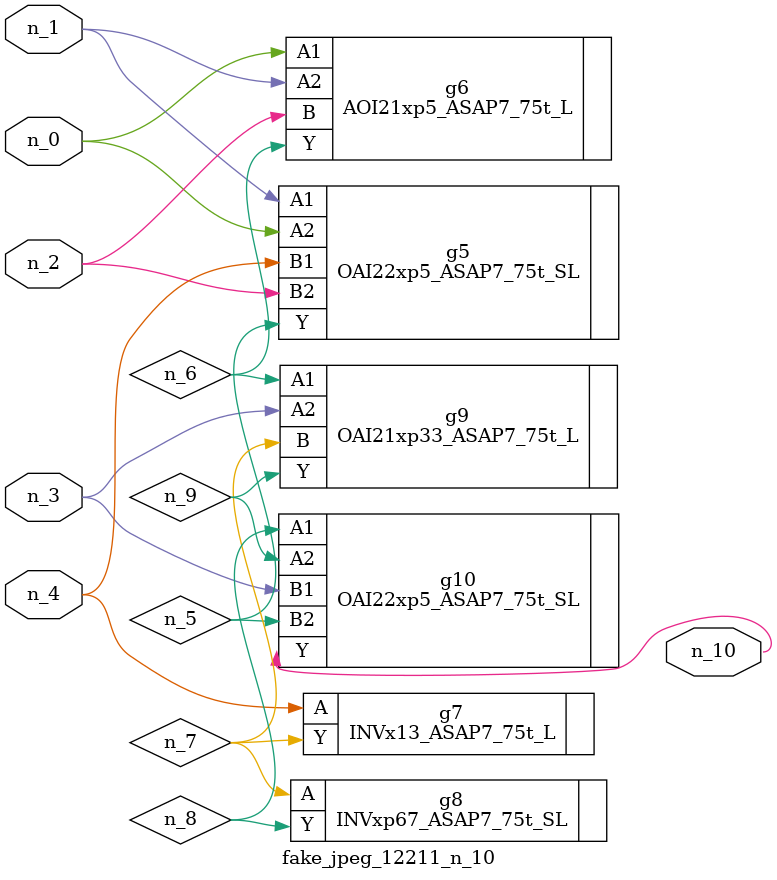
<source format=v>
module fake_jpeg_12211_n_10 (n_3, n_2, n_1, n_0, n_4, n_10);

input n_3;
input n_2;
input n_1;
input n_0;
input n_4;

output n_10;

wire n_8;
wire n_9;
wire n_6;
wire n_5;
wire n_7;

OAI22xp5_ASAP7_75t_SL g5 ( 
.A1(n_1),
.A2(n_0),
.B1(n_4),
.B2(n_2),
.Y(n_5)
);

AOI21xp5_ASAP7_75t_L g6 ( 
.A1(n_0),
.A2(n_1),
.B(n_2),
.Y(n_6)
);

INVx13_ASAP7_75t_L g7 ( 
.A(n_4),
.Y(n_7)
);

INVxp67_ASAP7_75t_SL g8 ( 
.A(n_7),
.Y(n_8)
);

OAI22xp5_ASAP7_75t_SL g10 ( 
.A1(n_8),
.A2(n_9),
.B1(n_3),
.B2(n_5),
.Y(n_10)
);

OAI21xp33_ASAP7_75t_L g9 ( 
.A1(n_6),
.A2(n_3),
.B(n_7),
.Y(n_9)
);


endmodule
</source>
